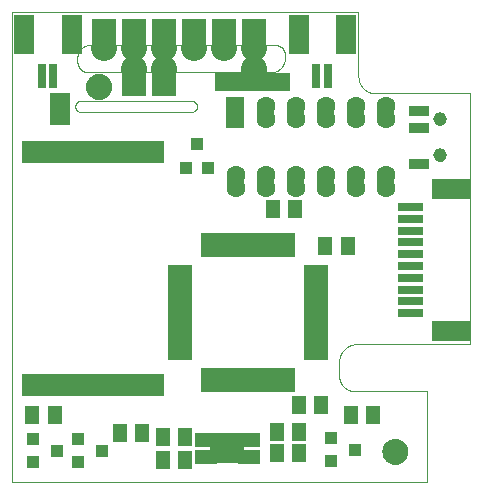
<source format=gts>
G75*
%MOIN*%
%OFA0B0*%
%FSLAX25Y25*%
%IPPOS*%
%LPD*%
%AMOC8*
5,1,8,0,0,1.08239X$1,22.5*
%
%ADD10C,0.00394*%
%ADD11C,0.00079*%
%ADD12R,0.11579X0.10095*%
%ADD13R,0.02230X0.07841*%
%ADD14R,0.07841X0.02230*%
%ADD15R,0.01981X0.07243*%
%ADD16R,0.03161X0.03161*%
%ADD17R,0.06706X0.06706*%
%ADD18C,0.05918*%
%ADD19R,0.06312X0.06312*%
%ADD20C,0.06312*%
%ADD21R,0.05131X0.05131*%
%ADD22R,0.04300X0.03900*%
%ADD23R,0.04816X0.06312*%
%ADD24R,0.03900X0.04300*%
%ADD25R,0.07098X0.07098*%
%ADD26R,0.08280X0.08280*%
%ADD27R,0.07493X0.04934*%
%ADD28R,0.06706X0.03556*%
%ADD29C,0.00000*%
%ADD30C,0.04540*%
%ADD31C,0.08713*%
D10*
X0022784Y0008696D02*
X0160949Y0008696D01*
X0160949Y0038821D01*
X0136952Y0038821D01*
X0136810Y0038823D01*
X0136668Y0038829D01*
X0136526Y0038839D01*
X0136385Y0038852D01*
X0136244Y0038870D01*
X0136103Y0038891D01*
X0135963Y0038917D01*
X0135824Y0038946D01*
X0135686Y0038979D01*
X0135549Y0039016D01*
X0135413Y0039056D01*
X0135278Y0039100D01*
X0135144Y0039148D01*
X0135011Y0039200D01*
X0134880Y0039255D01*
X0134751Y0039314D01*
X0134623Y0039377D01*
X0134498Y0039443D01*
X0134373Y0039512D01*
X0134251Y0039585D01*
X0134131Y0039661D01*
X0134013Y0039740D01*
X0133898Y0039823D01*
X0133785Y0039908D01*
X0133674Y0039997D01*
X0133565Y0040089D01*
X0133459Y0040184D01*
X0133356Y0040282D01*
X0133256Y0040382D01*
X0133158Y0040485D01*
X0133063Y0040591D01*
X0132971Y0040700D01*
X0132882Y0040811D01*
X0132797Y0040924D01*
X0132714Y0041039D01*
X0132635Y0041157D01*
X0132559Y0041277D01*
X0132486Y0041400D01*
X0132417Y0041524D01*
X0132351Y0041649D01*
X0132288Y0041777D01*
X0132229Y0041906D01*
X0132174Y0042037D01*
X0132122Y0042170D01*
X0132074Y0042304D01*
X0132030Y0042439D01*
X0131990Y0042575D01*
X0131953Y0042712D01*
X0131920Y0042850D01*
X0131891Y0042989D01*
X0131865Y0043129D01*
X0131844Y0043270D01*
X0131826Y0043411D01*
X0131813Y0043552D01*
X0131803Y0043694D01*
X0131797Y0043836D01*
X0131795Y0043978D01*
X0131795Y0048540D01*
X0131797Y0048694D01*
X0131803Y0048848D01*
X0131813Y0049001D01*
X0131827Y0049154D01*
X0131844Y0049307D01*
X0131866Y0049459D01*
X0131892Y0049611D01*
X0131921Y0049762D01*
X0131955Y0049912D01*
X0131992Y0050062D01*
X0132033Y0050210D01*
X0132078Y0050357D01*
X0132127Y0050503D01*
X0132179Y0050648D01*
X0132235Y0050791D01*
X0132295Y0050933D01*
X0132358Y0051073D01*
X0132425Y0051211D01*
X0132496Y0051348D01*
X0132570Y0051483D01*
X0132648Y0051616D01*
X0132728Y0051747D01*
X0132813Y0051876D01*
X0132900Y0052002D01*
X0132991Y0052126D01*
X0133085Y0052248D01*
X0133182Y0052368D01*
X0133282Y0052484D01*
X0133385Y0052599D01*
X0133491Y0052710D01*
X0133600Y0052819D01*
X0133711Y0052925D01*
X0133826Y0053028D01*
X0133942Y0053128D01*
X0134062Y0053225D01*
X0134184Y0053319D01*
X0134308Y0053410D01*
X0134434Y0053497D01*
X0134563Y0053582D01*
X0134694Y0053662D01*
X0134827Y0053740D01*
X0134962Y0053814D01*
X0135099Y0053885D01*
X0135237Y0053952D01*
X0135377Y0054015D01*
X0135519Y0054075D01*
X0135662Y0054131D01*
X0135807Y0054183D01*
X0135953Y0054232D01*
X0136100Y0054277D01*
X0136248Y0054318D01*
X0136398Y0054355D01*
X0136548Y0054389D01*
X0136699Y0054418D01*
X0136851Y0054444D01*
X0137003Y0054466D01*
X0137156Y0054483D01*
X0137309Y0054497D01*
X0137462Y0054507D01*
X0137616Y0054513D01*
X0137770Y0054515D01*
X0137770Y0054516D02*
X0175455Y0054516D01*
X0175455Y0138091D01*
X0143886Y0138091D01*
X0143738Y0138093D01*
X0143590Y0138099D01*
X0143443Y0138108D01*
X0143296Y0138122D01*
X0143149Y0138139D01*
X0143002Y0138161D01*
X0142857Y0138186D01*
X0142712Y0138214D01*
X0142568Y0138247D01*
X0142424Y0138283D01*
X0142282Y0138324D01*
X0142141Y0138367D01*
X0142001Y0138415D01*
X0141862Y0138466D01*
X0141725Y0138521D01*
X0141589Y0138579D01*
X0141454Y0138641D01*
X0141322Y0138707D01*
X0141191Y0138775D01*
X0141062Y0138848D01*
X0140935Y0138923D01*
X0140810Y0139002D01*
X0140687Y0139084D01*
X0140566Y0139170D01*
X0140448Y0139258D01*
X0140332Y0139350D01*
X0140218Y0139444D01*
X0140107Y0139542D01*
X0139998Y0139642D01*
X0139892Y0139745D01*
X0139789Y0139851D01*
X0139689Y0139960D01*
X0139591Y0140071D01*
X0139497Y0140185D01*
X0139405Y0140301D01*
X0139317Y0140419D01*
X0139231Y0140540D01*
X0139149Y0140663D01*
X0139070Y0140788D01*
X0138995Y0140915D01*
X0138922Y0141044D01*
X0138854Y0141175D01*
X0138788Y0141307D01*
X0138726Y0141442D01*
X0138668Y0141578D01*
X0138613Y0141715D01*
X0138562Y0141854D01*
X0138514Y0141994D01*
X0138471Y0142135D01*
X0138430Y0142277D01*
X0138394Y0142421D01*
X0138361Y0142565D01*
X0138333Y0142710D01*
X0138308Y0142855D01*
X0138286Y0143002D01*
X0138269Y0143149D01*
X0138255Y0143296D01*
X0138246Y0143443D01*
X0138240Y0143591D01*
X0138238Y0143739D01*
X0138239Y0143739D02*
X0138239Y0165285D01*
X0022784Y0165285D01*
X0022784Y0008696D01*
X0045436Y0131992D02*
X0082738Y0131992D01*
X0082818Y0131994D01*
X0082897Y0132000D01*
X0082977Y0132009D01*
X0083055Y0132022D01*
X0083133Y0132039D01*
X0083210Y0132060D01*
X0083286Y0132084D01*
X0083361Y0132112D01*
X0083435Y0132144D01*
X0083506Y0132178D01*
X0083577Y0132217D01*
X0083645Y0132258D01*
X0083711Y0132303D01*
X0083775Y0132351D01*
X0083836Y0132402D01*
X0083895Y0132455D01*
X0083952Y0132512D01*
X0084005Y0132571D01*
X0084056Y0132632D01*
X0084104Y0132696D01*
X0084149Y0132762D01*
X0084190Y0132831D01*
X0084229Y0132901D01*
X0084263Y0132972D01*
X0084295Y0133046D01*
X0084323Y0133121D01*
X0084347Y0133197D01*
X0084368Y0133274D01*
X0084385Y0133352D01*
X0084398Y0133430D01*
X0084407Y0133510D01*
X0084413Y0133589D01*
X0084415Y0133669D01*
X0084413Y0133755D01*
X0084407Y0133841D01*
X0084398Y0133927D01*
X0084385Y0134013D01*
X0084368Y0134097D01*
X0084348Y0134181D01*
X0084323Y0134264D01*
X0084296Y0134346D01*
X0084264Y0134426D01*
X0084230Y0134505D01*
X0084191Y0134583D01*
X0084150Y0134659D01*
X0084105Y0134732D01*
X0084057Y0134804D01*
X0084006Y0134874D01*
X0083952Y0134941D01*
X0083895Y0135006D01*
X0083835Y0135068D01*
X0083773Y0135128D01*
X0083708Y0135185D01*
X0083641Y0135239D01*
X0083571Y0135290D01*
X0083499Y0135338D01*
X0083426Y0135383D01*
X0083350Y0135424D01*
X0083272Y0135463D01*
X0083193Y0135497D01*
X0083113Y0135529D01*
X0083031Y0135556D01*
X0082948Y0135581D01*
X0082864Y0135601D01*
X0082780Y0135618D01*
X0082694Y0135631D01*
X0082608Y0135640D01*
X0082522Y0135646D01*
X0082436Y0135648D01*
X0081529Y0135648D01*
X0081529Y0135647D01*
X0081528Y0135646D01*
X0081527Y0135646D01*
X0045655Y0135646D01*
X0045656Y0135646D02*
X0045573Y0135644D01*
X0045491Y0135638D01*
X0045409Y0135629D01*
X0045328Y0135616D01*
X0045247Y0135599D01*
X0045167Y0135578D01*
X0045088Y0135554D01*
X0045011Y0135526D01*
X0044934Y0135494D01*
X0044860Y0135459D01*
X0044787Y0135421D01*
X0044715Y0135379D01*
X0044646Y0135334D01*
X0044579Y0135286D01*
X0044515Y0135235D01*
X0044452Y0135180D01*
X0044393Y0135123D01*
X0044336Y0135064D01*
X0044281Y0135002D01*
X0044230Y0134937D01*
X0044182Y0134870D01*
X0044137Y0134801D01*
X0044095Y0134730D01*
X0044057Y0134657D01*
X0044022Y0134582D01*
X0043990Y0134506D01*
X0043962Y0134428D01*
X0043937Y0134350D01*
X0043917Y0134270D01*
X0043900Y0134189D01*
X0043886Y0134108D01*
X0043877Y0134026D01*
X0043871Y0133943D01*
X0043869Y0133861D01*
X0043869Y0133559D01*
X0043871Y0133482D01*
X0043877Y0133405D01*
X0043886Y0133329D01*
X0043899Y0133253D01*
X0043916Y0133178D01*
X0043936Y0133104D01*
X0043961Y0133031D01*
X0043988Y0132959D01*
X0044019Y0132889D01*
X0044054Y0132820D01*
X0044092Y0132753D01*
X0044133Y0132688D01*
X0044177Y0132626D01*
X0044225Y0132565D01*
X0044275Y0132507D01*
X0044328Y0132451D01*
X0044384Y0132398D01*
X0044442Y0132348D01*
X0044503Y0132300D01*
X0044565Y0132256D01*
X0044630Y0132215D01*
X0044697Y0132177D01*
X0044766Y0132142D01*
X0044836Y0132111D01*
X0044908Y0132084D01*
X0044981Y0132059D01*
X0045055Y0132039D01*
X0045130Y0132022D01*
X0045206Y0132009D01*
X0045282Y0132000D01*
X0045359Y0131994D01*
X0045436Y0131992D01*
X0048098Y0145156D02*
X0109088Y0145156D01*
X0109089Y0145156D02*
X0109224Y0145159D01*
X0109360Y0145165D01*
X0109495Y0145176D01*
X0109630Y0145190D01*
X0109764Y0145208D01*
X0109898Y0145230D01*
X0110031Y0145257D01*
X0110163Y0145286D01*
X0110294Y0145320D01*
X0110425Y0145358D01*
X0110554Y0145399D01*
X0110682Y0145444D01*
X0110808Y0145493D01*
X0110933Y0145545D01*
X0111057Y0145602D01*
X0111179Y0145661D01*
X0111299Y0145724D01*
X0111417Y0145791D01*
X0111533Y0145861D01*
X0111647Y0145934D01*
X0111759Y0146011D01*
X0111868Y0146091D01*
X0111976Y0146174D01*
X0112080Y0146260D01*
X0112183Y0146349D01*
X0112282Y0146441D01*
X0112379Y0146536D01*
X0112473Y0146634D01*
X0112564Y0146734D01*
X0112652Y0146837D01*
X0112738Y0146943D01*
X0112820Y0147051D01*
X0112899Y0147161D01*
X0112974Y0147273D01*
X0113047Y0147388D01*
X0113116Y0147505D01*
X0113181Y0147623D01*
X0113243Y0147744D01*
X0113302Y0147866D01*
X0113357Y0147990D01*
X0113408Y0148116D01*
X0113456Y0148243D01*
X0113500Y0148371D01*
X0113540Y0148501D01*
X0113576Y0148631D01*
X0113609Y0148763D01*
X0113638Y0148895D01*
X0113663Y0149029D01*
X0113684Y0149163D01*
X0113701Y0149297D01*
X0113714Y0149432D01*
X0113723Y0149567D01*
X0113729Y0149703D01*
X0113730Y0149839D01*
X0113729Y0149838D02*
X0113729Y0150957D01*
X0113727Y0151069D01*
X0113721Y0151180D01*
X0113712Y0151292D01*
X0113699Y0151403D01*
X0113681Y0151513D01*
X0113661Y0151623D01*
X0113636Y0151732D01*
X0113608Y0151840D01*
X0113576Y0151947D01*
X0113540Y0152053D01*
X0113501Y0152158D01*
X0113458Y0152261D01*
X0113412Y0152363D01*
X0113362Y0152463D01*
X0113309Y0152562D01*
X0113252Y0152658D01*
X0113193Y0152753D01*
X0113130Y0152845D01*
X0113064Y0152935D01*
X0112995Y0153023D01*
X0112923Y0153109D01*
X0112848Y0153192D01*
X0112770Y0153272D01*
X0112690Y0153350D01*
X0112607Y0153425D01*
X0112521Y0153497D01*
X0112433Y0153566D01*
X0112343Y0153632D01*
X0112251Y0153695D01*
X0112156Y0153754D01*
X0112060Y0153811D01*
X0111961Y0153864D01*
X0111861Y0153914D01*
X0111759Y0153960D01*
X0111656Y0154003D01*
X0111551Y0154042D01*
X0111445Y0154078D01*
X0111338Y0154110D01*
X0111230Y0154138D01*
X0111121Y0154163D01*
X0111011Y0154183D01*
X0110901Y0154201D01*
X0110790Y0154214D01*
X0110678Y0154223D01*
X0110567Y0154229D01*
X0110455Y0154231D01*
X0110455Y0154230D02*
X0048720Y0154230D01*
X0048592Y0154228D01*
X0048464Y0154222D01*
X0048337Y0154212D01*
X0048210Y0154199D01*
X0048083Y0154181D01*
X0047957Y0154159D01*
X0047831Y0154134D01*
X0047707Y0154105D01*
X0047583Y0154071D01*
X0047461Y0154035D01*
X0047339Y0153994D01*
X0047219Y0153949D01*
X0047101Y0153901D01*
X0046984Y0153850D01*
X0046868Y0153795D01*
X0046755Y0153736D01*
X0046643Y0153673D01*
X0046533Y0153608D01*
X0046425Y0153539D01*
X0046320Y0153466D01*
X0046217Y0153391D01*
X0046116Y0153312D01*
X0046017Y0153231D01*
X0045921Y0153146D01*
X0045828Y0153058D01*
X0045738Y0152968D01*
X0045650Y0152875D01*
X0045565Y0152779D01*
X0045484Y0152680D01*
X0045405Y0152579D01*
X0045330Y0152476D01*
X0045257Y0152371D01*
X0045188Y0152263D01*
X0045123Y0152153D01*
X0045060Y0152041D01*
X0045001Y0151928D01*
X0044946Y0151812D01*
X0044895Y0151695D01*
X0044847Y0151577D01*
X0044802Y0151457D01*
X0044761Y0151335D01*
X0044725Y0151213D01*
X0044691Y0151089D01*
X0044662Y0150965D01*
X0044637Y0150839D01*
X0044615Y0150713D01*
X0044597Y0150586D01*
X0044584Y0150459D01*
X0044574Y0150332D01*
X0044568Y0150204D01*
X0044566Y0150076D01*
X0044566Y0148688D01*
X0044568Y0148570D01*
X0044574Y0148452D01*
X0044584Y0148334D01*
X0044598Y0148217D01*
X0044615Y0148101D01*
X0044637Y0147984D01*
X0044662Y0147869D01*
X0044691Y0147755D01*
X0044725Y0147642D01*
X0044761Y0147529D01*
X0044802Y0147419D01*
X0044846Y0147309D01*
X0044894Y0147201D01*
X0044946Y0147095D01*
X0045001Y0146991D01*
X0045059Y0146888D01*
X0045121Y0146787D01*
X0045186Y0146689D01*
X0045254Y0146593D01*
X0045326Y0146499D01*
X0045401Y0146408D01*
X0045478Y0146319D01*
X0045559Y0146233D01*
X0045643Y0146149D01*
X0045729Y0146068D01*
X0045818Y0145991D01*
X0045909Y0145916D01*
X0046003Y0145844D01*
X0046099Y0145776D01*
X0046197Y0145711D01*
X0046298Y0145649D01*
X0046401Y0145591D01*
X0046505Y0145536D01*
X0046611Y0145484D01*
X0046719Y0145436D01*
X0046829Y0145392D01*
X0046939Y0145351D01*
X0047052Y0145315D01*
X0047165Y0145281D01*
X0047279Y0145252D01*
X0047394Y0145227D01*
X0047511Y0145205D01*
X0047627Y0145188D01*
X0047744Y0145174D01*
X0047862Y0145164D01*
X0047980Y0145158D01*
X0048098Y0145156D01*
D11*
X0049074Y0143655D02*
X0054127Y0143655D01*
X0054017Y0143732D02*
X0049185Y0143732D01*
X0049295Y0143809D02*
X0053906Y0143809D01*
X0053796Y0143887D02*
X0049405Y0143887D01*
X0049516Y0143964D02*
X0053686Y0143964D01*
X0053667Y0143977D02*
X0054256Y0143565D01*
X0054764Y0143056D01*
X0055177Y0142467D01*
X0055480Y0141816D01*
X0055667Y0141121D01*
X0055729Y0140405D01*
X0055729Y0140389D01*
X0055667Y0139673D01*
X0055481Y0138979D01*
X0055177Y0138328D01*
X0054765Y0137739D01*
X0054256Y0137231D01*
X0053668Y0136819D01*
X0053016Y0136515D01*
X0052322Y0136329D01*
X0051606Y0136266D01*
X0051597Y0136266D01*
X0050880Y0136329D01*
X0050183Y0136515D01*
X0049530Y0136820D01*
X0048940Y0137233D01*
X0048431Y0137743D01*
X0048017Y0138333D01*
X0047713Y0138986D01*
X0047526Y0139682D01*
X0047463Y0140400D01*
X0047463Y0140400D01*
X0047463Y0140392D01*
X0047526Y0141110D01*
X0047713Y0141807D01*
X0048018Y0142461D01*
X0048432Y0143052D01*
X0048942Y0143562D01*
X0049533Y0143976D01*
X0050186Y0144280D01*
X0050883Y0144467D01*
X0051602Y0144530D01*
X0051604Y0144530D01*
X0052320Y0144467D01*
X0053015Y0144281D01*
X0053667Y0143977D01*
X0053530Y0144041D02*
X0049673Y0144041D01*
X0049839Y0144118D02*
X0053364Y0144118D01*
X0053198Y0144196D02*
X0050004Y0144196D01*
X0050170Y0144273D02*
X0053033Y0144273D01*
X0052758Y0144350D02*
X0050446Y0144350D01*
X0050735Y0144427D02*
X0052469Y0144427D01*
X0051894Y0144505D02*
X0051311Y0144505D01*
X0048964Y0143578D02*
X0054237Y0143578D01*
X0054320Y0143500D02*
X0048880Y0143500D01*
X0048803Y0143423D02*
X0054397Y0143423D01*
X0054475Y0143346D02*
X0048726Y0143346D01*
X0048648Y0143269D02*
X0054552Y0143269D01*
X0054629Y0143191D02*
X0048571Y0143191D01*
X0048494Y0143114D02*
X0054706Y0143114D01*
X0054778Y0143037D02*
X0048421Y0143037D01*
X0048367Y0142960D02*
X0054832Y0142960D01*
X0054886Y0142882D02*
X0048313Y0142882D01*
X0048259Y0142805D02*
X0054940Y0142805D01*
X0054994Y0142728D02*
X0048205Y0142728D01*
X0048151Y0142651D02*
X0055048Y0142651D01*
X0055102Y0142573D02*
X0048097Y0142573D01*
X0048042Y0142496D02*
X0055156Y0142496D01*
X0055199Y0142419D02*
X0047998Y0142419D01*
X0047962Y0142342D02*
X0055235Y0142342D01*
X0055271Y0142264D02*
X0047926Y0142264D01*
X0047890Y0142187D02*
X0055307Y0142187D01*
X0055343Y0142110D02*
X0047854Y0142110D01*
X0047818Y0142033D02*
X0055379Y0142033D01*
X0055415Y0141955D02*
X0047782Y0141955D01*
X0047746Y0141878D02*
X0055451Y0141878D01*
X0055484Y0141801D02*
X0047711Y0141801D01*
X0047691Y0141724D02*
X0055505Y0141724D01*
X0055526Y0141646D02*
X0047670Y0141646D01*
X0047649Y0141569D02*
X0055546Y0141569D01*
X0055567Y0141492D02*
X0047628Y0141492D01*
X0047608Y0141415D02*
X0055588Y0141415D01*
X0055609Y0141337D02*
X0047587Y0141337D01*
X0047566Y0141260D02*
X0055629Y0141260D01*
X0055650Y0141183D02*
X0047546Y0141183D01*
X0047526Y0141106D02*
X0055668Y0141106D01*
X0055675Y0141028D02*
X0047519Y0141028D01*
X0047512Y0140951D02*
X0055681Y0140951D01*
X0055688Y0140874D02*
X0047506Y0140874D01*
X0047499Y0140797D02*
X0055695Y0140797D01*
X0055702Y0140719D02*
X0047492Y0140719D01*
X0047485Y0140642D02*
X0055708Y0140642D01*
X0055715Y0140565D02*
X0047479Y0140565D01*
X0047472Y0140488D02*
X0055722Y0140488D01*
X0055729Y0140410D02*
X0047465Y0140410D01*
X0047469Y0140333D02*
X0055724Y0140333D01*
X0055718Y0140256D02*
X0047476Y0140256D01*
X0047483Y0140178D02*
X0055711Y0140178D01*
X0055704Y0140101D02*
X0047490Y0140101D01*
X0047496Y0140024D02*
X0055697Y0140024D01*
X0055690Y0139947D02*
X0047503Y0139947D01*
X0047510Y0139869D02*
X0055684Y0139869D01*
X0055677Y0139792D02*
X0047517Y0139792D01*
X0047523Y0139715D02*
X0055670Y0139715D01*
X0055657Y0139638D02*
X0047538Y0139638D01*
X0047559Y0139560D02*
X0055636Y0139560D01*
X0055616Y0139483D02*
X0047580Y0139483D01*
X0047600Y0139406D02*
X0055595Y0139406D01*
X0055574Y0139329D02*
X0047621Y0139329D01*
X0047642Y0139251D02*
X0055554Y0139251D01*
X0055533Y0139174D02*
X0047662Y0139174D01*
X0047683Y0139097D02*
X0055512Y0139097D01*
X0055491Y0139020D02*
X0047704Y0139020D01*
X0047733Y0138942D02*
X0055463Y0138942D01*
X0055427Y0138865D02*
X0047769Y0138865D01*
X0047805Y0138788D02*
X0055391Y0138788D01*
X0055355Y0138711D02*
X0047841Y0138711D01*
X0047877Y0138633D02*
X0055319Y0138633D01*
X0055283Y0138556D02*
X0047913Y0138556D01*
X0047949Y0138479D02*
X0055247Y0138479D01*
X0055211Y0138402D02*
X0047985Y0138402D01*
X0048023Y0138324D02*
X0055174Y0138324D01*
X0055120Y0138247D02*
X0048077Y0138247D01*
X0048131Y0138170D02*
X0055066Y0138170D01*
X0055012Y0138093D02*
X0048186Y0138093D01*
X0048240Y0138015D02*
X0054958Y0138015D01*
X0054904Y0137938D02*
X0048294Y0137938D01*
X0048348Y0137861D02*
X0054850Y0137861D01*
X0054796Y0137784D02*
X0048402Y0137784D01*
X0048467Y0137706D02*
X0054732Y0137706D01*
X0054655Y0137629D02*
X0048544Y0137629D01*
X0048621Y0137552D02*
X0054577Y0137552D01*
X0054500Y0137475D02*
X0048699Y0137475D01*
X0048776Y0137397D02*
X0054423Y0137397D01*
X0054346Y0137320D02*
X0048853Y0137320D01*
X0048930Y0137243D02*
X0054268Y0137243D01*
X0054163Y0137166D02*
X0049037Y0137166D01*
X0049147Y0137088D02*
X0054053Y0137088D01*
X0053943Y0137011D02*
X0049257Y0137011D01*
X0049368Y0136934D02*
X0053832Y0136934D01*
X0053722Y0136857D02*
X0049478Y0136857D01*
X0049617Y0136779D02*
X0053584Y0136779D01*
X0053418Y0136702D02*
X0049783Y0136702D01*
X0049949Y0136625D02*
X0053252Y0136625D01*
X0053087Y0136548D02*
X0050114Y0136548D01*
X0050352Y0136470D02*
X0052850Y0136470D01*
X0052562Y0136393D02*
X0050640Y0136393D01*
X0051028Y0136316D02*
X0052175Y0136316D01*
X0147701Y0021931D02*
X0148292Y0022345D01*
X0148946Y0022649D01*
X0149643Y0022836D01*
X0150362Y0022899D01*
X0150364Y0022899D01*
X0151080Y0022836D01*
X0151775Y0022650D01*
X0152426Y0022346D01*
X0153015Y0021934D01*
X0153524Y0021425D01*
X0153936Y0020836D01*
X0154240Y0020185D01*
X0154426Y0019490D01*
X0154489Y0018774D01*
X0154489Y0018759D01*
X0154426Y0018043D01*
X0154240Y0017348D01*
X0153937Y0016697D01*
X0153524Y0016108D01*
X0153016Y0015600D01*
X0152427Y0015188D01*
X0151776Y0014884D01*
X0151082Y0014698D01*
X0150366Y0014635D01*
X0150357Y0014635D01*
X0149639Y0014698D01*
X0148943Y0014884D01*
X0148290Y0015189D01*
X0147700Y0015602D01*
X0147190Y0016112D01*
X0146777Y0016702D01*
X0146473Y0017355D01*
X0146286Y0018051D01*
X0146223Y0018769D01*
X0146223Y0018769D01*
X0146223Y0018761D01*
X0146286Y0019479D01*
X0146473Y0020176D01*
X0146778Y0020830D01*
X0147191Y0021421D01*
X0147701Y0021931D01*
X0147677Y0021906D02*
X0153043Y0021906D01*
X0153120Y0021829D02*
X0147600Y0021829D01*
X0147523Y0021752D02*
X0153197Y0021752D01*
X0153275Y0021675D02*
X0147445Y0021675D01*
X0147368Y0021597D02*
X0153352Y0021597D01*
X0153429Y0021520D02*
X0147291Y0021520D01*
X0147214Y0021443D02*
X0153506Y0021443D01*
X0153566Y0021366D02*
X0147153Y0021366D01*
X0147099Y0021288D02*
X0153620Y0021288D01*
X0153674Y0021211D02*
X0147045Y0021211D01*
X0146991Y0021134D02*
X0153728Y0021134D01*
X0153782Y0021057D02*
X0146937Y0021057D01*
X0146882Y0020979D02*
X0153836Y0020979D01*
X0153890Y0020902D02*
X0146828Y0020902D01*
X0146775Y0020825D02*
X0153942Y0020825D01*
X0153978Y0020748D02*
X0146739Y0020748D01*
X0146703Y0020670D02*
X0154014Y0020670D01*
X0154050Y0020593D02*
X0146667Y0020593D01*
X0146631Y0020516D02*
X0154086Y0020516D01*
X0154122Y0020439D02*
X0146595Y0020439D01*
X0146559Y0020361D02*
X0154158Y0020361D01*
X0154194Y0020284D02*
X0146523Y0020284D01*
X0146487Y0020207D02*
X0154230Y0020207D01*
X0154255Y0020130D02*
X0146460Y0020130D01*
X0146440Y0020052D02*
X0154276Y0020052D01*
X0154296Y0019975D02*
X0146419Y0019975D01*
X0146398Y0019898D02*
X0154317Y0019898D01*
X0154338Y0019821D02*
X0146378Y0019821D01*
X0146357Y0019743D02*
X0154358Y0019743D01*
X0154379Y0019666D02*
X0146336Y0019666D01*
X0146315Y0019589D02*
X0154400Y0019589D01*
X0154421Y0019512D02*
X0146295Y0019512D01*
X0146282Y0019434D02*
X0154431Y0019434D01*
X0154438Y0019357D02*
X0146275Y0019357D01*
X0146269Y0019280D02*
X0154445Y0019280D01*
X0154452Y0019203D02*
X0146262Y0019203D01*
X0146255Y0019125D02*
X0154458Y0019125D01*
X0154465Y0019048D02*
X0146248Y0019048D01*
X0146242Y0018971D02*
X0154472Y0018971D01*
X0154479Y0018894D02*
X0146235Y0018894D01*
X0146228Y0018816D02*
X0154485Y0018816D01*
X0154487Y0018739D02*
X0146226Y0018739D01*
X0146233Y0018662D02*
X0154481Y0018662D01*
X0154474Y0018585D02*
X0146239Y0018585D01*
X0146246Y0018507D02*
X0154467Y0018507D01*
X0154460Y0018430D02*
X0146253Y0018430D01*
X0146260Y0018353D02*
X0154454Y0018353D01*
X0154447Y0018276D02*
X0146266Y0018276D01*
X0146273Y0018198D02*
X0154440Y0018198D01*
X0154433Y0018121D02*
X0146280Y0018121D01*
X0146288Y0018044D02*
X0154427Y0018044D01*
X0154406Y0017967D02*
X0146309Y0017967D01*
X0146329Y0017889D02*
X0154385Y0017889D01*
X0154365Y0017812D02*
X0146350Y0017812D01*
X0146371Y0017735D02*
X0154344Y0017735D01*
X0154323Y0017658D02*
X0146392Y0017658D01*
X0146412Y0017580D02*
X0154303Y0017580D01*
X0154282Y0017503D02*
X0146433Y0017503D01*
X0146454Y0017426D02*
X0154261Y0017426D01*
X0154241Y0017349D02*
X0146476Y0017349D01*
X0146512Y0017271D02*
X0154205Y0017271D01*
X0154169Y0017194D02*
X0146548Y0017194D01*
X0146584Y0017117D02*
X0154133Y0017117D01*
X0154096Y0017040D02*
X0146620Y0017040D01*
X0146656Y0016962D02*
X0154060Y0016962D01*
X0154024Y0016885D02*
X0146692Y0016885D01*
X0146728Y0016808D02*
X0153988Y0016808D01*
X0153952Y0016731D02*
X0146764Y0016731D01*
X0146811Y0016653D02*
X0153906Y0016653D01*
X0153852Y0016576D02*
X0146865Y0016576D01*
X0146919Y0016499D02*
X0153798Y0016499D01*
X0153744Y0016422D02*
X0146974Y0016422D01*
X0147028Y0016344D02*
X0153690Y0016344D01*
X0153636Y0016267D02*
X0147082Y0016267D01*
X0147136Y0016190D02*
X0153582Y0016190D01*
X0153528Y0016113D02*
X0147190Y0016113D01*
X0147267Y0016035D02*
X0153452Y0016035D01*
X0153374Y0015958D02*
X0147344Y0015958D01*
X0147421Y0015881D02*
X0153297Y0015881D01*
X0153220Y0015804D02*
X0147499Y0015804D01*
X0147576Y0015726D02*
X0153143Y0015726D01*
X0153065Y0015649D02*
X0147653Y0015649D01*
X0147743Y0015572D02*
X0152976Y0015572D01*
X0152866Y0015495D02*
X0147854Y0015495D01*
X0147964Y0015417D02*
X0152756Y0015417D01*
X0152645Y0015340D02*
X0148074Y0015340D01*
X0148185Y0015263D02*
X0152535Y0015263D01*
X0152423Y0015186D02*
X0148298Y0015186D01*
X0148463Y0015108D02*
X0152257Y0015108D01*
X0152092Y0015031D02*
X0148629Y0015031D01*
X0148795Y0014954D02*
X0151926Y0014954D01*
X0151749Y0014877D02*
X0148973Y0014877D01*
X0149261Y0014799D02*
X0151461Y0014799D01*
X0151172Y0014722D02*
X0149549Y0014722D01*
X0150247Y0014645D02*
X0150476Y0014645D01*
X0152944Y0021984D02*
X0147777Y0021984D01*
X0147887Y0022061D02*
X0152834Y0022061D01*
X0152723Y0022138D02*
X0147998Y0022138D01*
X0148108Y0022215D02*
X0152613Y0022215D01*
X0152503Y0022293D02*
X0148218Y0022293D01*
X0148347Y0022370D02*
X0152376Y0022370D01*
X0152210Y0022447D02*
X0148513Y0022447D01*
X0148678Y0022524D02*
X0152044Y0022524D01*
X0151879Y0022602D02*
X0148844Y0022602D01*
X0149056Y0022679D02*
X0151667Y0022679D01*
X0151379Y0022756D02*
X0149345Y0022756D01*
X0149633Y0022834D02*
X0151091Y0022834D01*
D12*
X0094520Y0019790D03*
D13*
X0094560Y0042547D03*
X0096528Y0042547D03*
X0098497Y0042547D03*
X0100465Y0042547D03*
X0102434Y0042547D03*
X0104402Y0042547D03*
X0106371Y0042547D03*
X0108339Y0042547D03*
X0110308Y0042547D03*
X0112276Y0042547D03*
X0114245Y0042547D03*
X0116213Y0042547D03*
X0092591Y0042547D03*
X0090623Y0042547D03*
X0088654Y0042547D03*
X0086686Y0042547D03*
X0086686Y0087639D03*
X0088654Y0087639D03*
X0090623Y0087639D03*
X0092591Y0087639D03*
X0094560Y0087639D03*
X0096528Y0087639D03*
X0098497Y0087639D03*
X0100465Y0087639D03*
X0102434Y0087639D03*
X0104402Y0087639D03*
X0106371Y0087639D03*
X0108339Y0087639D03*
X0110308Y0087639D03*
X0112276Y0087639D03*
X0114245Y0087639D03*
X0116213Y0087639D03*
D14*
X0123995Y0079857D03*
X0123995Y0077888D03*
X0123995Y0075920D03*
X0123995Y0073951D03*
X0123995Y0071983D03*
X0123995Y0070014D03*
X0123995Y0068046D03*
X0123995Y0066077D03*
X0123995Y0064109D03*
X0123995Y0062140D03*
X0123995Y0060172D03*
X0123995Y0058203D03*
X0123995Y0056235D03*
X0123995Y0054266D03*
X0123995Y0052298D03*
X0123995Y0050329D03*
X0078904Y0050329D03*
X0078904Y0052298D03*
X0078904Y0054266D03*
X0078904Y0056235D03*
X0078904Y0058203D03*
X0078904Y0060172D03*
X0078904Y0062140D03*
X0078904Y0064109D03*
X0078904Y0066077D03*
X0078904Y0068046D03*
X0078904Y0070014D03*
X0078904Y0071983D03*
X0078904Y0073951D03*
X0078904Y0075920D03*
X0078904Y0077888D03*
X0078904Y0079857D03*
D15*
X0072426Y0118438D03*
X0070458Y0118438D03*
X0068489Y0118438D03*
X0066521Y0118438D03*
X0064552Y0118438D03*
X0062584Y0118438D03*
X0060615Y0118438D03*
X0058647Y0118438D03*
X0056678Y0118438D03*
X0054710Y0118438D03*
X0052741Y0118438D03*
X0050773Y0118438D03*
X0048804Y0118438D03*
X0046836Y0118438D03*
X0044867Y0118438D03*
X0042899Y0118438D03*
X0040930Y0118438D03*
X0038962Y0118438D03*
X0036993Y0118438D03*
X0035025Y0118438D03*
X0033056Y0118438D03*
X0031088Y0118438D03*
X0029119Y0118438D03*
X0027151Y0118438D03*
X0027151Y0040963D03*
X0029119Y0040963D03*
X0031088Y0040963D03*
X0033056Y0040963D03*
X0035025Y0040963D03*
X0036993Y0040963D03*
X0038962Y0040963D03*
X0040930Y0040963D03*
X0042899Y0040963D03*
X0044867Y0040963D03*
X0046836Y0040963D03*
X0048804Y0040963D03*
X0050773Y0040963D03*
X0052741Y0040963D03*
X0054710Y0040963D03*
X0056678Y0040963D03*
X0058647Y0040963D03*
X0060615Y0040963D03*
X0062584Y0040963D03*
X0064552Y0040963D03*
X0066521Y0040963D03*
X0068489Y0040963D03*
X0070458Y0040963D03*
X0072426Y0040963D03*
D16*
X0152763Y0064833D03*
X0154535Y0064833D03*
X0156306Y0064833D03*
X0158274Y0064833D03*
X0158282Y0068769D03*
X0156314Y0068769D03*
X0154543Y0068769D03*
X0152771Y0068769D03*
X0152763Y0072713D03*
X0154535Y0072713D03*
X0156306Y0072713D03*
X0158274Y0072713D03*
X0158278Y0076651D03*
X0156311Y0076651D03*
X0154539Y0076651D03*
X0152767Y0076651D03*
X0152763Y0080585D03*
X0154534Y0080585D03*
X0156306Y0080585D03*
X0158274Y0080585D03*
X0158278Y0084526D03*
X0156310Y0084526D03*
X0154538Y0084526D03*
X0152767Y0084526D03*
X0152775Y0088461D03*
X0154546Y0088461D03*
X0156318Y0088461D03*
X0158286Y0088461D03*
X0158278Y0092405D03*
X0156310Y0092405D03*
X0154538Y0092405D03*
X0152767Y0092405D03*
X0152771Y0096344D03*
X0154543Y0096344D03*
X0156314Y0096344D03*
X0158282Y0096344D03*
X0158277Y0100278D03*
X0156310Y0100278D03*
X0154538Y0100278D03*
X0152767Y0100278D03*
X0128080Y0141130D03*
X0128080Y0142901D03*
X0128080Y0144673D03*
X0128080Y0146640D03*
X0124145Y0146649D03*
X0124143Y0144681D03*
X0124143Y0142909D03*
X0124143Y0141138D03*
X0036545Y0141130D03*
X0036545Y0142901D03*
X0036545Y0144673D03*
X0036545Y0146640D03*
X0032609Y0146649D03*
X0032608Y0144681D03*
X0032608Y0142909D03*
X0032608Y0141138D03*
D17*
X0026796Y0154544D03*
X0026796Y0157496D03*
X0026796Y0160893D03*
X0042612Y0160889D03*
X0042612Y0157492D03*
X0042612Y0154539D03*
X0118332Y0154544D03*
X0118332Y0157496D03*
X0118332Y0160893D03*
X0134147Y0160889D03*
X0134147Y0157492D03*
X0134147Y0154539D03*
X0166173Y0106090D03*
X0169125Y0106090D03*
X0172522Y0106090D03*
X0172522Y0058766D03*
X0169125Y0058766D03*
X0166173Y0058766D03*
D18*
X0150359Y0018768D03*
X0051599Y0140399D03*
D19*
X0093257Y0141987D03*
X0098769Y0141987D03*
X0104280Y0141987D03*
X0109792Y0141987D03*
X0112548Y0141987D03*
X0097233Y0133973D03*
X0097233Y0129556D03*
D20*
X0107298Y0129474D03*
X0107298Y0133994D03*
X0117298Y0133994D03*
X0117298Y0129474D03*
X0127298Y0129474D03*
X0127298Y0133994D03*
X0137298Y0133994D03*
X0137298Y0129474D03*
X0147298Y0129474D03*
X0147298Y0133994D03*
X0147298Y0111041D03*
X0147298Y0106521D03*
X0137298Y0106521D03*
X0137298Y0111041D03*
X0127298Y0111041D03*
X0127298Y0106521D03*
X0117298Y0106521D03*
X0117298Y0111041D03*
X0107298Y0111041D03*
X0107298Y0106521D03*
X0097298Y0106521D03*
X0097298Y0111041D03*
D21*
X0096710Y0108800D03*
X0097889Y0108800D03*
X0106710Y0108800D03*
X0107889Y0108800D03*
X0116710Y0108800D03*
X0117889Y0108800D03*
X0126710Y0108800D03*
X0127889Y0108800D03*
X0136710Y0108800D03*
X0137889Y0108800D03*
X0146710Y0108800D03*
X0147889Y0108800D03*
X0147889Y0131753D03*
X0146710Y0131753D03*
X0137889Y0131753D03*
X0136710Y0131753D03*
X0127889Y0131753D03*
X0126710Y0131753D03*
X0117889Y0131753D03*
X0116710Y0131753D03*
X0107889Y0131753D03*
X0106710Y0131753D03*
D22*
X0129061Y0023161D03*
X0129061Y0015561D03*
X0137061Y0019361D03*
X0052794Y0018979D03*
X0044794Y0022779D03*
X0044794Y0015179D03*
X0037617Y0018979D03*
X0029617Y0022779D03*
X0029617Y0015179D03*
D23*
X0029527Y0031068D03*
X0036929Y0031068D03*
X0058635Y0024978D03*
X0066037Y0024978D03*
X0073166Y0023627D03*
X0080568Y0023627D03*
X0080568Y0015806D03*
X0073166Y0015806D03*
X0110995Y0018179D03*
X0110995Y0025115D03*
X0118396Y0025115D03*
X0118396Y0018179D03*
X0118320Y0034299D03*
X0125721Y0034299D03*
X0135817Y0030741D03*
X0143218Y0030741D03*
X0134646Y0087221D03*
X0127244Y0087221D03*
X0117058Y0099671D03*
X0109656Y0099671D03*
D24*
X0088222Y0113297D03*
X0080622Y0113297D03*
X0084422Y0121297D03*
D25*
X0038783Y0130867D03*
X0038783Y0134811D03*
D26*
X0063571Y0141221D03*
X0073571Y0141221D03*
X0073571Y0158153D03*
X0073571Y0158821D03*
X0063571Y0158821D03*
X0063571Y0158153D03*
X0053571Y0158153D03*
X0053571Y0158821D03*
X0083571Y0158821D03*
X0083571Y0158153D03*
X0093571Y0158153D03*
X0093571Y0158821D03*
X0103571Y0158821D03*
X0103571Y0158153D03*
D27*
X0101834Y0022483D03*
X0101834Y0016987D03*
X0087310Y0016987D03*
X0087310Y0022483D03*
D28*
X0158446Y0114638D03*
X0158446Y0126449D03*
X0158446Y0132354D03*
D29*
X0163466Y0129512D02*
X0163468Y0129598D01*
X0163474Y0129685D01*
X0163484Y0129770D01*
X0163498Y0129856D01*
X0163516Y0129940D01*
X0163537Y0130024D01*
X0163563Y0130106D01*
X0163592Y0130188D01*
X0163625Y0130267D01*
X0163662Y0130346D01*
X0163702Y0130422D01*
X0163746Y0130496D01*
X0163793Y0130569D01*
X0163844Y0130639D01*
X0163897Y0130707D01*
X0163954Y0130772D01*
X0164014Y0130834D01*
X0164076Y0130894D01*
X0164141Y0130951D01*
X0164209Y0131004D01*
X0164279Y0131055D01*
X0164352Y0131102D01*
X0164426Y0131146D01*
X0164502Y0131186D01*
X0164581Y0131223D01*
X0164660Y0131256D01*
X0164742Y0131285D01*
X0164824Y0131311D01*
X0164908Y0131332D01*
X0164992Y0131350D01*
X0165078Y0131364D01*
X0165163Y0131374D01*
X0165250Y0131380D01*
X0165336Y0131382D01*
X0165422Y0131380D01*
X0165509Y0131374D01*
X0165594Y0131364D01*
X0165680Y0131350D01*
X0165764Y0131332D01*
X0165848Y0131311D01*
X0165930Y0131285D01*
X0166012Y0131256D01*
X0166091Y0131223D01*
X0166170Y0131186D01*
X0166246Y0131146D01*
X0166320Y0131102D01*
X0166393Y0131055D01*
X0166463Y0131004D01*
X0166531Y0130951D01*
X0166596Y0130894D01*
X0166658Y0130834D01*
X0166718Y0130772D01*
X0166775Y0130707D01*
X0166828Y0130639D01*
X0166879Y0130569D01*
X0166926Y0130496D01*
X0166970Y0130422D01*
X0167010Y0130346D01*
X0167047Y0130267D01*
X0167080Y0130188D01*
X0167109Y0130106D01*
X0167135Y0130024D01*
X0167156Y0129940D01*
X0167174Y0129856D01*
X0167188Y0129770D01*
X0167198Y0129685D01*
X0167204Y0129598D01*
X0167206Y0129512D01*
X0167204Y0129426D01*
X0167198Y0129339D01*
X0167188Y0129254D01*
X0167174Y0129168D01*
X0167156Y0129084D01*
X0167135Y0129000D01*
X0167109Y0128918D01*
X0167080Y0128836D01*
X0167047Y0128757D01*
X0167010Y0128678D01*
X0166970Y0128602D01*
X0166926Y0128528D01*
X0166879Y0128455D01*
X0166828Y0128385D01*
X0166775Y0128317D01*
X0166718Y0128252D01*
X0166658Y0128190D01*
X0166596Y0128130D01*
X0166531Y0128073D01*
X0166463Y0128020D01*
X0166393Y0127969D01*
X0166320Y0127922D01*
X0166246Y0127878D01*
X0166170Y0127838D01*
X0166091Y0127801D01*
X0166012Y0127768D01*
X0165930Y0127739D01*
X0165848Y0127713D01*
X0165764Y0127692D01*
X0165680Y0127674D01*
X0165594Y0127660D01*
X0165509Y0127650D01*
X0165422Y0127644D01*
X0165336Y0127642D01*
X0165250Y0127644D01*
X0165163Y0127650D01*
X0165078Y0127660D01*
X0164992Y0127674D01*
X0164908Y0127692D01*
X0164824Y0127713D01*
X0164742Y0127739D01*
X0164660Y0127768D01*
X0164581Y0127801D01*
X0164502Y0127838D01*
X0164426Y0127878D01*
X0164352Y0127922D01*
X0164279Y0127969D01*
X0164209Y0128020D01*
X0164141Y0128073D01*
X0164076Y0128130D01*
X0164014Y0128190D01*
X0163954Y0128252D01*
X0163897Y0128317D01*
X0163844Y0128385D01*
X0163793Y0128455D01*
X0163746Y0128528D01*
X0163702Y0128602D01*
X0163662Y0128678D01*
X0163625Y0128757D01*
X0163592Y0128836D01*
X0163563Y0128918D01*
X0163537Y0129000D01*
X0163516Y0129084D01*
X0163498Y0129168D01*
X0163484Y0129254D01*
X0163474Y0129339D01*
X0163468Y0129426D01*
X0163466Y0129512D01*
X0163466Y0117480D02*
X0163468Y0117566D01*
X0163474Y0117653D01*
X0163484Y0117738D01*
X0163498Y0117824D01*
X0163516Y0117908D01*
X0163537Y0117992D01*
X0163563Y0118074D01*
X0163592Y0118156D01*
X0163625Y0118235D01*
X0163662Y0118314D01*
X0163702Y0118390D01*
X0163746Y0118464D01*
X0163793Y0118537D01*
X0163844Y0118607D01*
X0163897Y0118675D01*
X0163954Y0118740D01*
X0164014Y0118802D01*
X0164076Y0118862D01*
X0164141Y0118919D01*
X0164209Y0118972D01*
X0164279Y0119023D01*
X0164352Y0119070D01*
X0164426Y0119114D01*
X0164502Y0119154D01*
X0164581Y0119191D01*
X0164660Y0119224D01*
X0164742Y0119253D01*
X0164824Y0119279D01*
X0164908Y0119300D01*
X0164992Y0119318D01*
X0165078Y0119332D01*
X0165163Y0119342D01*
X0165250Y0119348D01*
X0165336Y0119350D01*
X0165422Y0119348D01*
X0165509Y0119342D01*
X0165594Y0119332D01*
X0165680Y0119318D01*
X0165764Y0119300D01*
X0165848Y0119279D01*
X0165930Y0119253D01*
X0166012Y0119224D01*
X0166091Y0119191D01*
X0166170Y0119154D01*
X0166246Y0119114D01*
X0166320Y0119070D01*
X0166393Y0119023D01*
X0166463Y0118972D01*
X0166531Y0118919D01*
X0166596Y0118862D01*
X0166658Y0118802D01*
X0166718Y0118740D01*
X0166775Y0118675D01*
X0166828Y0118607D01*
X0166879Y0118537D01*
X0166926Y0118464D01*
X0166970Y0118390D01*
X0167010Y0118314D01*
X0167047Y0118235D01*
X0167080Y0118156D01*
X0167109Y0118074D01*
X0167135Y0117992D01*
X0167156Y0117908D01*
X0167174Y0117824D01*
X0167188Y0117738D01*
X0167198Y0117653D01*
X0167204Y0117566D01*
X0167206Y0117480D01*
X0167204Y0117394D01*
X0167198Y0117307D01*
X0167188Y0117222D01*
X0167174Y0117136D01*
X0167156Y0117052D01*
X0167135Y0116968D01*
X0167109Y0116886D01*
X0167080Y0116804D01*
X0167047Y0116725D01*
X0167010Y0116646D01*
X0166970Y0116570D01*
X0166926Y0116496D01*
X0166879Y0116423D01*
X0166828Y0116353D01*
X0166775Y0116285D01*
X0166718Y0116220D01*
X0166658Y0116158D01*
X0166596Y0116098D01*
X0166531Y0116041D01*
X0166463Y0115988D01*
X0166393Y0115937D01*
X0166320Y0115890D01*
X0166246Y0115846D01*
X0166170Y0115806D01*
X0166091Y0115769D01*
X0166012Y0115736D01*
X0165930Y0115707D01*
X0165848Y0115681D01*
X0165764Y0115660D01*
X0165680Y0115642D01*
X0165594Y0115628D01*
X0165509Y0115618D01*
X0165422Y0115612D01*
X0165336Y0115610D01*
X0165250Y0115612D01*
X0165163Y0115618D01*
X0165078Y0115628D01*
X0164992Y0115642D01*
X0164908Y0115660D01*
X0164824Y0115681D01*
X0164742Y0115707D01*
X0164660Y0115736D01*
X0164581Y0115769D01*
X0164502Y0115806D01*
X0164426Y0115846D01*
X0164352Y0115890D01*
X0164279Y0115937D01*
X0164209Y0115988D01*
X0164141Y0116041D01*
X0164076Y0116098D01*
X0164014Y0116158D01*
X0163954Y0116220D01*
X0163897Y0116285D01*
X0163844Y0116353D01*
X0163793Y0116423D01*
X0163746Y0116496D01*
X0163702Y0116570D01*
X0163662Y0116646D01*
X0163625Y0116725D01*
X0163592Y0116804D01*
X0163563Y0116886D01*
X0163537Y0116968D01*
X0163516Y0117052D01*
X0163498Y0117136D01*
X0163484Y0117222D01*
X0163474Y0117307D01*
X0163468Y0117394D01*
X0163466Y0117480D01*
D30*
X0165336Y0117480D03*
X0165336Y0129512D03*
D31*
X0103574Y0146342D03*
X0103574Y0153137D03*
X0093574Y0153137D03*
X0083574Y0153137D03*
X0073574Y0153137D03*
X0073574Y0146342D03*
X0063574Y0146342D03*
X0063574Y0153137D03*
X0053574Y0153137D03*
M02*

</source>
